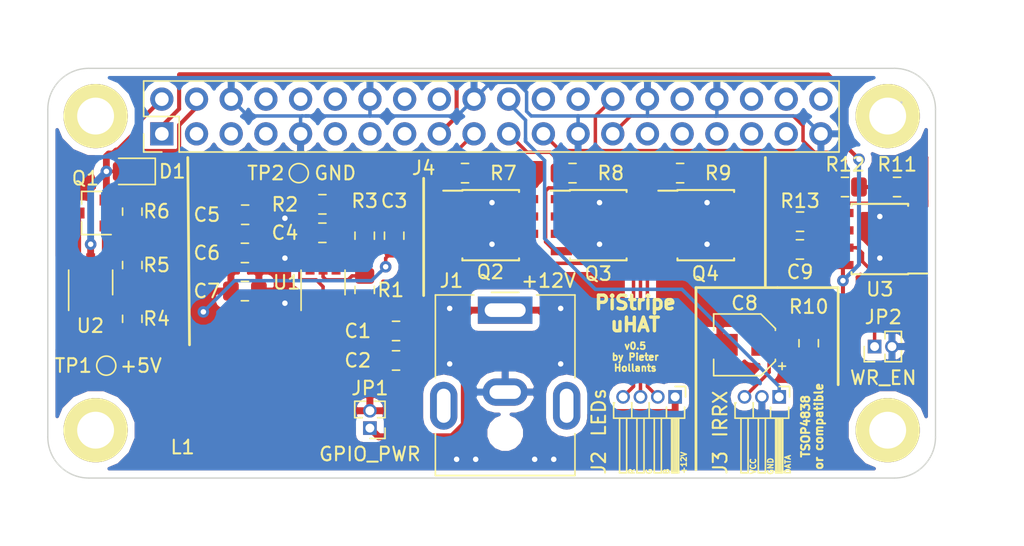
<source format=kicad_pcb>
(kicad_pcb (version 20171130) (host pcbnew 5.0.1-5.0.1)
  (title_block (title "Anavi Infra pHAT") (date 2017-01-21) (company "Anavi Technology"))
  (layers (0 F.Cu signal) (31 B.Cu signal) (34 B.Paste user) (35 F.Paste user) (36 B.SilkS user) (37 F.SilkS user) (38 B.Mask user) (39 F.Mask user) (44 Edge.Cuts user))
  (net 0 "")
  (net 1 +3V3)
  (net 2 GND)
  (net 3 "Net-(Q1-Pad1)")
  (net 4 "Net-(C3-Pad1)")
  (net 5 "Net-(C4-Pad2)")
  (net 6 "Net-(C4-Pad1)")
  (net 7 "Net-(D1-Pad1)")
  (net 8 "Net-(D1-Pad2)")
  (net 9 +12V)
  (net 10 "Net-(J2-Pad2)")
  (net 11 "Net-(J2-Pad3)")
  (net 12 "Net-(J2-Pad4)")
  (net 13 "Net-(J4-Pad19)")
  (net 14 "Net-(J4-Pad21)")
  (net 15 "Net-(J4-Pad23)")
  (net 16 "Net-(J4-Pad27)")
  (net 17 "Net-(J4-Pad28)")
  (net 18 "Net-(JP2-Pad1)")
  (net 19 "Net-(Q2-Pad4)")
  (net 20 "Net-(Q3-Pad4)")
  (net 21 "Net-(Q4-Pad4)")
  (net 22 "Net-(R1-Pad2)")
  (net 23 "Net-(R4-Pad2)")
  (net 24 "Net-(C3-Pad2)")
  (net 25 "Net-(C8-Pad1)")
  (net 26 "Net-(C1-Pad1)")
  (net 27 "Net-(J3-Pad1)")
  (module Resistor_SMD:R_0805_2012Metric_Pad1.15x1.40mm_HandSolder (layer F.Cu) (at 203.581 86.233)
    (fp_text reference R13 (at 0 -1.524) (layer F.SilkS))
    (fp_text value 1K hide)
    (pad 2 smd roundrect (at 1.025 0) (size 1.15 1.4) (layers F.Cu F.Paste F.Mask) (roundrect_rratio 0.217391) (net 18 "Net-(JP2-Pad1)"))
    (pad 1 smd roundrect (at -1.025 0) (size 1.15 1.4) (layers F.Cu F.Paste F.Mask) (roundrect_rratio 0.217391) (net 1 +3V3))
  )
  (module Connector_PinHeader_2.54mm:PinHeader_2x20_P2.54mm_Vertical (layer F.Cu) (at 156.85 79.8 90)
    (fp_text reference J4 (at -2.496 19.172 180) (layer F.SilkS))
    (fp_text value RPi_GPIO hide)
    (pad 1 thru_hole rect (at 0 0 90) (size 1.7 1.7) (drill 1) (layers *.Cu *.Mask) (net 1 +3V3))
    (pad 2 thru_hole oval (at 2.54 0 90) (size 1.7 1.7) (drill 1) (layers *.Cu *.Mask) (net 8 "Net-(D1-Pad2)"))
    (pad 3 thru_hole oval (at 0 2.54 90) (size 1.7 1.7) (drill 1) (layers *.Cu *.Mask))
    (pad 4 thru_hole oval (at 2.54 2.54 90) (size 1.7 1.7) (drill 1) (layers *.Cu *.Mask) (net 8 "Net-(D1-Pad2)"))
    (pad 5 thru_hole oval (at 0 5.08 90) (size 1.7 1.7) (drill 1) (layers *.Cu *.Mask))
    (pad 6 thru_hole oval (at 2.54 5.08 90) (size 1.7 1.7) (drill 1) (layers *.Cu *.Mask) (net 2 GND))
    (pad 7 thru_hole oval (at 0 7.62 90) (size 1.7 1.7) (drill 1) (layers *.Cu *.Mask))
    (pad 8 thru_hole oval (at 2.54 7.62 90) (size 1.7 1.7) (drill 1) (layers *.Cu *.Mask))
    (pad 9 thru_hole oval (at 0 10.16 90) (size 1.7 1.7) (drill 1) (layers *.Cu *.Mask) (net 2 GND))
    (pad 10 thru_hole oval (at 2.54 10.16 90) (size 1.7 1.7) (drill 1) (layers *.Cu *.Mask))
    (pad 11 thru_hole oval (at 0 12.7 90) (size 1.7 1.7) (drill 1) (layers *.Cu *.Mask))
    (pad 12 thru_hole oval (at 2.54 12.7 90) (size 1.7 1.7) (drill 1) (layers *.Cu *.Mask))
    (pad 13 thru_hole oval (at 0 15.24 90) (size 1.7 1.7) (drill 1) (layers *.Cu *.Mask))
    (pad 14 thru_hole oval (at 2.54 15.24 90) (size 1.7 1.7) (drill 1) (layers *.Cu *.Mask) (net 2 GND))
    (pad 15 thru_hole oval (at 0 17.78 90) (size 1.7 1.7) (drill 1) (layers *.Cu *.Mask))
    (pad 16 thru_hole oval (at 2.54 17.78 90) (size 1.7 1.7) (drill 1) (layers *.Cu *.Mask))
    (pad 17 thru_hole oval (at 0 20.32 90) (size 1.7 1.7) (drill 1) (layers *.Cu *.Mask) (net 1 +3V3))
    (pad 18 thru_hole oval (at 2.54 20.32 90) (size 1.7 1.7) (drill 1) (layers *.Cu *.Mask))
    (pad 19 thru_hole oval (at 0 22.86 90) (size 1.7 1.7) (drill 1) (layers *.Cu *.Mask) (net 13 "Net-(J4-Pad19)"))
    (pad 20 thru_hole oval (at 2.54 22.86 90) (size 1.7 1.7) (drill 1) (layers *.Cu *.Mask) (net 2 GND))
    (pad 21 thru_hole oval (at 0 25.4 90) (size 1.7 1.7) (drill 1) (layers *.Cu *.Mask) (net 14 "Net-(J4-Pad21)"))
    (pad 22 thru_hole oval (at 2.54 25.4 90) (size 1.7 1.7) (drill 1) (layers *.Cu *.Mask) (net 27 "Net-(J3-Pad1)"))
    (pad 23 thru_hole oval (at 0 27.94 90) (size 1.7 1.7) (drill 1) (layers *.Cu *.Mask) (net 15 "Net-(J4-Pad23)"))
    (pad 24 thru_hole oval (at 2.54 27.94 90) (size 1.7 1.7) (drill 1) (layers *.Cu *.Mask))
    (pad 25 thru_hole oval (at 0 30.48 90) (size 1.7 1.7) (drill 1) (layers *.Cu *.Mask) (net 2 GND))
    (pad 26 thru_hole oval (at 2.54 30.48 90) (size 1.7 1.7) (drill 1) (layers *.Cu *.Mask))
    (pad 27 thru_hole oval (at 0 33.02 90) (size 1.7 1.7) (drill 1) (layers *.Cu *.Mask) (net 16 "Net-(J4-Pad27)"))
    (pad 28 thru_hole oval (at 2.54 33.02 90) (size 1.7 1.7) (drill 1) (layers *.Cu *.Mask) (net 17 "Net-(J4-Pad28)"))
    (pad 29 thru_hole oval (at 0 35.56 90) (size 1.7 1.7) (drill 1) (layers *.Cu *.Mask))
    (pad 30 thru_hole oval (at 2.54 35.56 90) (size 1.7 1.7) (drill 1) (layers *.Cu *.Mask) (net 2 GND))
    (pad 31 thru_hole oval (at 0 38.1 90) (size 1.7 1.7) (drill 1) (layers *.Cu *.Mask))
    (pad 32 thru_hole oval (at 2.54 38.1 90) (size 1.7 1.7) (drill 1) (layers *.Cu *.Mask))
    (pad 33 thru_hole oval (at 0 40.64 90) (size 1.7 1.7) (drill 1) (layers *.Cu *.Mask))
    (pad 34 thru_hole oval (at 2.54 40.64 90) (size 1.7 1.7) (drill 1) (layers *.Cu *.Mask) (net 2 GND))
    (pad 35 thru_hole oval (at 0 43.18 90) (size 1.7 1.7) (drill 1) (layers *.Cu *.Mask))
    (pad 36 thru_hole oval (at 2.54 43.18 90) (size 1.7 1.7) (drill 1) (layers *.Cu *.Mask))
    (pad 37 thru_hole oval (at 0 45.72 90) (size 1.7 1.7) (drill 1) (layers *.Cu *.Mask))
    (pad 38 thru_hole oval (at 2.54 45.72 90) (size 1.7 1.7) (drill 1) (layers *.Cu *.Mask))
    (pad 39 thru_hole oval (at 0 48.26 90) (size 1.7 1.7) (drill 1) (layers *.Cu *.Mask) (net 2 GND))
    (pad 40 thru_hole oval (at 2.54 48.26 90) (size 1.7 1.7) (drill 1) (layers *.Cu *.Mask))
  )
  (module Virtex7:SRU1048 (layer F.Cu) (at 163.068 98.298)
    (fp_text reference L1 (at -4.699 4.445) (layer F.SilkS))
    (fp_text value SRU1048-150Y hide)
    (pad 1 smd rect (at -4.5 0) (size 1.8 3.6) (layers F.Cu F.Paste F.Mask) (net 24 "Net-(C3-Pad2)"))
    (pad 2 smd rect (at 4.5 0) (size 1.8 3.6) (layers F.Cu F.Paste F.Mask) (net 5 "Net-(C4-Pad2)"))
  )
  (module Package_TO_SOT_SMD:SOT-23 (layer F.Cu) (at 151.7396 85.598 180)
    (fp_text reference Q1 (at 0.4826 2.54 180) (layer F.SilkS))
    (fp_text value DMG2305UX-13 hide)
    (pad 3 smd rect (at 1 0 180) (size 0.9 0.8) (layers F.Cu F.Paste F.Mask) (net 24 "Net-(C3-Pad2)"))
    (pad 2 smd rect (at -1 0.95 180) (size 0.9 0.8) (layers F.Cu F.Paste F.Mask) (net 8 "Net-(D1-Pad2)"))
    (pad 1 smd rect (at -1 -0.95 180) (size 0.9 0.8) (layers F.Cu F.Paste F.Mask) (net 3 "Net-(Q1-Pad1)"))
  )
  (module Mounting_Holes:MountingHole_2.7mm_M2.5_DIN965_Pad (layer F.Cu) (at 152 78.5)
    (fp_text reference REF1 hide)
    (fp_text value MountingHole_2.7mm_M2.5_DIN965_Pad hide)
    (pad 1 thru_hole circle (at 0 0) (size 4.7 4.7) (drill 2.7) (layers *.Cu *.Mask F.SilkS))
  )
  (module Mounting_Holes:MountingHole_2.7mm_M2.5_DIN965_Pad (layer F.Cu) (at 210 78.5)
    (fp_text reference REF2 hide)
    (fp_text value MountingHole_2.7mm_M2.5_DIN965_Pad hide)
    (pad 2 thru_hole circle (at 0 0) (size 4.7 4.7) (drill 2.7) (layers *.Cu *.Mask F.SilkS))
  )
  (module Mounting_Holes:MountingHole_2.7mm_M2.5_DIN965_Pad (layer F.Cu) (at 210 101.5)
    (fp_text reference REF3 hide)
    (fp_text value MountingHole_2.7mm_M2.5_DIN965_Pad hide)
    (pad 3 thru_hole circle (at 0 0) (size 4.7 4.7) (drill 2.7) (layers *.Cu *.Mask F.SilkS))
  )
  (module Mounting_Holes:MountingHole_2.7mm_M2.5_DIN965_Pad (layer F.Cu) (at 152 101.5)
    (fp_text reference REF4 hide)
    (fp_text value MountingHole_2.7mm_M2.5_DIN965_Pad hide)
    (pad 4 thru_hole circle (at 0 0) (size 4.7 4.7) (drill 2.7) (layers *.Cu *.Mask F.SilkS))
  )
  (module Capacitor_SMD:C_0805_2012Metric_Pad1.15x1.40mm_HandSolder (layer F.Cu) (at 173.999 94.234)
    (fp_text reference C1 (at -2.803 0 -180) (layer F.SilkS))
    (fp_text value 10uF/50V hide)
    (pad 1 smd roundrect (at -1.025 0) (size 1.15 1.4) (layers F.Cu F.Paste F.Mask) (roundrect_rratio 0.217391) (net 26 "Net-(C1-Pad1)"))
    (pad 2 smd roundrect (at 1.025 0) (size 1.15 1.4) (layers F.Cu F.Paste F.Mask) (roundrect_rratio 0.217391) (net 2 GND))
  )
  (module Capacitor_SMD:C_0805_2012Metric_Pad1.15x1.40mm_HandSolder (layer F.Cu) (at 173.863 87.258 270)
    (fp_text reference C3 (at -2.549 0 180) (layer F.SilkS))
    (fp_text value 91pF hide)
    (pad 2 smd roundrect (at 1.025 0 270) (size 1.15 1.4) (layers F.Cu F.Paste F.Mask) (roundrect_rratio 0.217391) (net 24 "Net-(C3-Pad2)"))
    (pad 1 smd roundrect (at -1.025 0 270) (size 1.15 1.4) (layers F.Cu F.Paste F.Mask) (roundrect_rratio 0.217391) (net 4 "Net-(C3-Pad1)"))
  )
  (module Capacitor_SMD:C_0805_2012Metric_Pad1.15x1.40mm_HandSolder (layer F.Cu) (at 168.6052 87.0458 180)
    (fp_text reference C4 (at 2.7432 0) (layer F.SilkS))
    (fp_text value 100nF/50V hide)
    (pad 1 smd roundrect (at -1.025 0 180) (size 1.15 1.4) (layers F.Cu F.Paste F.Mask) (roundrect_rratio 0.217391) (net 6 "Net-(C4-Pad1)"))
    (pad 2 smd roundrect (at 1.025 0 180) (size 1.15 1.4) (layers F.Cu F.Paste F.Mask) (roundrect_rratio 0.217391) (net 5 "Net-(C4-Pad2)"))
  )
  (module Capacitor_SMD:CP_Elec_4x5.8 (layer F.Cu) (at 199.517 95.25 180)
    (fp_text reference C8 (at 0 3.048) (layer F.SilkS))
    (fp_text value 4.7uF hide)
    (pad 2 smd rect (at 1.8 0 180) (size 2.6 1.6) (layers F.Cu F.Paste F.Mask) (net 2 GND))
    (pad 1 smd rect (at -1.8 0 180) (size 2.6 1.6) (layers F.Cu F.Paste F.Mask) (net 25 "Net-(C8-Pad1)"))
  )
  (module Capacitor_SMD:C_0805_2012Metric_Pad1.15x1.40mm_HandSolder (layer F.Cu) (at 203.572 88.265)
    (fp_text reference C9 (at 0.009 1.651 180) (layer F.SilkS))
    (fp_text value 100nF hide)
    (pad 2 smd roundrect (at 1.025 0) (size 1.15 1.4) (layers F.Cu F.Paste F.Mask) (roundrect_rratio 0.217391) (net 1 +3V3))
    (pad 1 smd roundrect (at -1.025 0) (size 1.15 1.4) (layers F.Cu F.Paste F.Mask) (roundrect_rratio 0.217391) (net 2 GND))
  )
  (module Diode_SMD:D_0805_2012Metric (layer F.Cu) (at 154.686 82.55 180)
    (fp_text reference D1 (at -2.921 0) (layer F.SilkS))
    (fp_text value LED hide)
    (pad 1 smd roundrect (at -0.9375 0 180) (size 0.975 1.4) (layers F.Cu F.Paste F.Mask) (net 7 "Net-(D1-Pad1)"))
    (pad 2 smd roundrect (at 0.9375 0 180) (size 0.975 1.4) (layers F.Cu F.Paste F.Mask) (net 8 "Net-(D1-Pad2)"))
  )
  (module Connector_BarrelJack:BarrelJack_CUI_PJ-063AH_Horizontal (layer F.Cu) (at 181.991 92.71)
    (fp_text reference J1 (at -3.937 -2.159 180) (layer F.SilkS))
    (fp_text value +12V (at 3.175 -2.159) (layer F.SilkS))
    (pad 1 thru_hole rect (at 0 0) (size 4 2) (drill oval 3 1) (layers *.Cu *.Mask) (net 9 +12V))
    (pad 2 thru_hole oval (at 0 6) (size 3.3 2) (drill oval 2.3 1) (layers *.Cu *.Mask) (net 2 GND))
    (pad MP thru_hole oval (at -4.5 7) (size 2 3.5) (drill oval 1 2.5) (layers *.Cu *.Mask))
    (pad MP thru_hole oval (at 4.5 7) (size 2 3.5) (drill oval 1 2.5) (layers *.Cu *.Mask))
    (pad "" np_thru_hole circle (at 0 9) (size 1.6 1.6) (drill 1.6) (layers *.Cu *.Mask))
  )
  (module Connector_PinHeader_1.27mm:PinHeader_1x04_P1.27mm_Horizontal (layer F.Cu) (at 194.437 99.06 270)
    (fp_text reference J2 (at 4.826 5.588 90) (layer F.SilkS))
    (fp_text value LEDs (at 1.143 5.588 90) (layer F.SilkS))
    (pad 1 thru_hole rect (at 0 0 270) (size 1 1) (drill 0.65) (layers *.Cu *.Mask) (net 9 +12V))
    (pad 2 thru_hole oval (at 0 1.27 270) (size 1 1) (drill 0.65) (layers *.Cu *.Mask) (net 10 "Net-(J2-Pad2)"))
    (pad 3 thru_hole oval (at 0 2.54 270) (size 1 1) (drill 0.65) (layers *.Cu *.Mask) (net 11 "Net-(J2-Pad3)"))
    (pad 4 thru_hole oval (at 0 3.81 270) (size 1 1) (drill 0.65) (layers *.Cu *.Mask) (net 12 "Net-(J2-Pad4)"))
  )
  (module Connector_PinHeader_1.27mm:PinHeader_1x03_P1.27mm_Horizontal (layer F.Cu) (at 202.057 99.06 270)
    (fp_text reference J3 (at 4.826 4.318 270) (layer F.SilkS))
    (fp_text value IRRX (at 1.27 4.318 90) (layer F.SilkS))
    (pad 1 thru_hole rect (at 0 0 270) (size 1 1) (drill 0.65) (layers *.Cu *.Mask) (net 27 "Net-(J3-Pad1)"))
    (pad 2 thru_hole oval (at 0 1.27 270) (size 1 1) (drill 0.65) (layers *.Cu *.Mask) (net 2 GND))
    (pad 3 thru_hole oval (at 0 2.54 270) (size 1 1) (drill 0.65) (layers *.Cu *.Mask) (net 25 "Net-(C8-Pad1)"))
  )
  (module Connector_PinHeader_1.27mm:PinHeader_1x02_P1.27mm_Vertical (layer F.Cu) (at 172.085 101.346 180)
    (fp_text reference JP1 (at 0 2.921) (layer F.SilkS))
    (fp_text value GPIO_PWR (at 0 -1.905) (layer F.SilkS))
    (pad 2 thru_hole oval (at 0 1.27 180) (size 1 1) (drill 0.65) (layers *.Cu *.Mask) (net 26 "Net-(C1-Pad1)"))
    (pad 1 thru_hole rect (at 0 0 180) (size 1 1) (drill 0.65) (layers *.Cu *.Mask) (net 9 +12V))
  )
  (module Connector_PinHeader_1.27mm:PinHeader_1x02_P1.27mm_Vertical (layer F.Cu) (at 209.042 95.377 90)
    (fp_text reference JP2 (at 2.159 0.635 180) (layer F.SilkS))
    (fp_text value WR_EN (at -2.286 0.635) (layer F.SilkS))
    (pad 2 thru_hole oval (at 0 1.27 90) (size 1 1) (drill 0.65) (layers *.Cu *.Mask) (net 2 GND))
    (pad 1 thru_hole rect (at 0 0 90) (size 1 1) (drill 0.65) (layers *.Cu *.Mask) (net 18 "Net-(JP2-Pad1)"))
  )
  (module Package_SO:SOIC-8_3.9x4.9mm_P1.27mm (layer F.Cu) (at 180.9318 86.487)
    (fp_text reference Q2 (at -0.033 3.429 180) (layer F.SilkS))
    (fp_text value IRF8721PBF-1 hide)
    (pad 1 smd rect (at -2.7 -1.905) (size 1.55 0.6) (layers F.Cu F.Paste F.Mask) (net 2 GND))
    (pad 2 smd rect (at -2.7 -0.635) (size 1.55 0.6) (layers F.Cu F.Paste F.Mask) (net 2 GND))
    (pad 3 smd rect (at -2.7 0.635) (size 1.55 0.6) (layers F.Cu F.Paste F.Mask) (net 2 GND))
    (pad 4 smd rect (at -2.7 1.905) (size 1.55 0.6) (layers F.Cu F.Paste F.Mask) (net 19 "Net-(Q2-Pad4)"))
    (pad 5 smd rect (at 2.7 1.905) (size 1.55 0.6) (layers F.Cu F.Paste F.Mask) (net 12 "Net-(J2-Pad4)"))
    (pad 6 smd rect (at 2.7 0.635) (size 1.55 0.6) (layers F.Cu F.Paste F.Mask) (net 12 "Net-(J2-Pad4)"))
    (pad 7 smd rect (at 2.7 -0.635) (size 1.55 0.6) (layers F.Cu F.Paste F.Mask) (net 12 "Net-(J2-Pad4)"))
    (pad 8 smd rect (at 2.7 -1.905) (size 1.55 0.6) (layers F.Cu F.Paste F.Mask) (net 12 "Net-(J2-Pad4)"))
  )
  (module Package_SO:SOIC-8_3.9x4.9mm_P1.27mm (layer F.Cu) (at 188.8058 86.487)
    (fp_text reference Q3 (at 0 3.556 180) (layer F.SilkS))
    (fp_text value IRF8721PBF-1 hide)
    (pad 8 smd rect (at 2.7 -1.905) (size 1.55 0.6) (layers F.Cu F.Paste F.Mask) (net 11 "Net-(J2-Pad3)"))
    (pad 7 smd rect (at 2.7 -0.635) (size 1.55 0.6) (layers F.Cu F.Paste F.Mask) (net 11 "Net-(J2-Pad3)"))
    (pad 6 smd rect (at 2.7 0.635) (size 1.55 0.6) (layers F.Cu F.Paste F.Mask) (net 11 "Net-(J2-Pad3)"))
    (pad 5 smd rect (at 2.7 1.905) (size 1.55 0.6) (layers F.Cu F.Paste F.Mask) (net 11 "Net-(J2-Pad3)"))
    (pad 4 smd rect (at -2.7 1.905) (size 1.55 0.6) (layers F.Cu F.Paste F.Mask) (net 20 "Net-(Q3-Pad4)"))
    (pad 3 smd rect (at -2.7 0.635) (size 1.55 0.6) (layers F.Cu F.Paste F.Mask) (net 2 GND))
    (pad 2 smd rect (at -2.7 -0.635) (size 1.55 0.6) (layers F.Cu F.Paste F.Mask) (net 2 GND))
    (pad 1 smd rect (at -2.7 -1.905) (size 1.55 0.6) (layers F.Cu F.Paste F.Mask) (net 2 GND))
  )
  (module Package_SO:SOIC-8_3.9x4.9mm_P1.27mm (layer F.Cu) (at 196.6798 86.487)
    (fp_text reference Q4 (at -0.033 3.556 180) (layer F.SilkS))
    (fp_text value IRF8721PBF-1 hide)
    (pad 1 smd rect (at -2.7 -1.905) (size 1.55 0.6) (layers F.Cu F.Paste F.Mask) (net 2 GND))
    (pad 2 smd rect (at -2.7 -0.635) (size 1.55 0.6) (layers F.Cu F.Paste F.Mask) (net 2 GND))
    (pad 3 smd rect (at -2.7 0.635) (size 1.55 0.6) (layers F.Cu F.Paste F.Mask) (net 2 GND))
    (pad 4 smd rect (at -2.7 1.905) (size 1.55 0.6) (layers F.Cu F.Paste F.Mask) (net 21 "Net-(Q4-Pad4)"))
    (pad 5 smd rect (at 2.7 1.905) (size 1.55 0.6) (layers F.Cu F.Paste F.Mask) (net 10 "Net-(J2-Pad2)"))
    (pad 6 smd rect (at 2.7 0.635) (size 1.55 0.6) (layers F.Cu F.Paste F.Mask) (net 10 "Net-(J2-Pad2)"))
    (pad 7 smd rect (at 2.7 -0.635) (size 1.55 0.6) (layers F.Cu F.Paste F.Mask) (net 10 "Net-(J2-Pad2)"))
    (pad 8 smd rect (at 2.7 -1.905) (size 1.55 0.6) (layers F.Cu F.Paste F.Mask) (net 10 "Net-(J2-Pad2)"))
  )
  (module Resistor_SMD:R_0805_2012Metric_Pad1.15x1.40mm_HandSolder (layer F.Cu) (at 171.704 91.2278 90)
    (fp_text reference R1 (at -0.009 1.905 180) (layer F.SilkS))
    (fp_text value 100K hide)
    (pad 1 smd roundrect (at -1.025 0 90) (size 1.15 1.4) (layers F.Cu F.Paste F.Mask) (roundrect_rratio 0.217391) (net 26 "Net-(C1-Pad1)"))
    (pad 2 smd roundrect (at 1.025 0 90) (size 1.15 1.4) (layers F.Cu F.Paste F.Mask) (roundrect_rratio 0.217391) (net 22 "Net-(R1-Pad2)"))
  )
  (module Resistor_SMD:R_0805_2012Metric_Pad1.15x1.40mm_HandSolder (layer F.Cu) (at 168.60658 84.96046)
    (fp_text reference R2 (at -2.74458 0.01016 180) (layer F.SilkS))
    (fp_text value 13.7K hide)
    (pad 2 smd roundrect (at 1.025 0) (size 1.15 1.4) (layers F.Cu F.Paste F.Mask) (roundrect_rratio 0.217391) (net 4 "Net-(C3-Pad1)"))
    (pad 1 smd roundrect (at -1.025 0) (size 1.15 1.4) (layers F.Cu F.Paste F.Mask) (roundrect_rratio 0.217391) (net 2 GND))
  )
  (module Resistor_SMD:R_0805_2012Metric_Pad1.15x1.40mm_HandSolder (layer F.Cu) (at 171.704 87.258 270)
    (fp_text reference R3 (at -2.549 0 180) (layer F.SilkS))
    (fp_text value 100K hide)
    (pad 1 smd roundrect (at -1.025 0 270) (size 1.15 1.4) (layers F.Cu F.Paste F.Mask) (roundrect_rratio 0.217391) (net 4 "Net-(C3-Pad1)"))
    (pad 2 smd roundrect (at 1.025 0 270) (size 1.15 1.4) (layers F.Cu F.Paste F.Mask) (roundrect_rratio 0.217391) (net 24 "Net-(C3-Pad2)"))
  )
  (module Resistor_SMD:R_0805_2012Metric_Pad1.15x1.40mm_HandSolder (layer F.Cu) (at 154.686 93.345 90)
    (fp_text reference R4 (at 0.009 1.778 180) (layer F.SilkS))
    (fp_text value 10K/1% hide)
    (pad 1 smd roundrect (at -1.025 0 90) (size 1.15 1.4) (layers F.Cu F.Paste F.Mask) (roundrect_rratio 0.217391) (net 2 GND))
    (pad 2 smd roundrect (at 1.025 0 90) (size 1.15 1.4) (layers F.Cu F.Paste F.Mask) (roundrect_rratio 0.217391) (net 23 "Net-(R4-Pad2)"))
  )
  (module Resistor_SMD:R_0805_2012Metric_Pad1.15x1.40mm_HandSolder (layer F.Cu) (at 154.686 89.408 270)
    (fp_text reference R5 (at 0 -1.778) (layer F.SilkS))
    (fp_text value 47K/1% hide)
    (pad 2 smd roundrect (at 1.025 0 270) (size 1.15 1.4) (layers F.Cu F.Paste F.Mask) (roundrect_rratio 0.217391) (net 3 "Net-(Q1-Pad1)"))
    (pad 1 smd roundrect (at -1.025 0 270) (size 1.15 1.4) (layers F.Cu F.Paste F.Mask) (roundrect_rratio 0.217391) (net 2 GND))
  )
  (module Resistor_SMD:R_0805_2012Metric_Pad1.15x1.40mm_HandSolder (layer F.Cu) (at 154.686 85.4964 270)
    (fp_text reference R6 (at -0.0254 -1.778) (layer F.SilkS))
    (fp_text value 330 hide)
    (pad 1 smd roundrect (at -1.025 0 270) (size 1.15 1.4) (layers F.Cu F.Paste F.Mask) (roundrect_rratio 0.217391) (net 7 "Net-(D1-Pad1)"))
    (pad 2 smd roundrect (at 1.025 0 270) (size 1.15 1.4) (layers F.Cu F.Paste F.Mask) (roundrect_rratio 0.217391) (net 2 GND))
  )
  (module Resistor_SMD:R_0805_2012Metric_Pad1.15x1.40mm_HandSolder (layer F.Cu) (at 179.05106 82.677)
    (fp_text reference R7 (at 2.803 0) (layer F.SilkS))
    (fp_text value 200 hide)
    (pad 2 smd roundrect (at 1.025 0) (size 1.15 1.4) (layers F.Cu F.Paste F.Mask) (roundrect_rratio 0.217391) (net 19 "Net-(Q2-Pad4)"))
    (pad 1 smd roundrect (at -1.025 0) (size 1.15 1.4) (layers F.Cu F.Paste F.Mask) (roundrect_rratio 0.217391) (net 13 "Net-(J4-Pad19)"))
  )
  (module Resistor_SMD:R_0805_2012Metric_Pad1.15x1.40mm_HandSolder (layer F.Cu) (at 186.92114 82.677)
    (fp_text reference R8 (at 2.803 0) (layer F.SilkS))
    (fp_text value 200 hide)
    (pad 1 smd roundrect (at -1.025 0) (size 1.15 1.4) (layers F.Cu F.Paste F.Mask) (roundrect_rratio 0.217391) (net 14 "Net-(J4-Pad21)"))
    (pad 2 smd roundrect (at 1.025 0) (size 1.15 1.4) (layers F.Cu F.Paste F.Mask) (roundrect_rratio 0.217391) (net 20 "Net-(Q3-Pad4)"))
  )
  (module Resistor_SMD:R_0805_2012Metric_Pad1.15x1.40mm_HandSolder (layer F.Cu) (at 194.8016 82.677)
    (fp_text reference R9 (at 2.785 0) (layer F.SilkS))
    (fp_text value 200 hide)
    (pad 2 smd roundrect (at 1.025 0) (size 1.15 1.4) (layers F.Cu F.Paste F.Mask) (roundrect_rratio 0.217391) (net 21 "Net-(Q4-Pad4)"))
    (pad 1 smd roundrect (at -1.025 0) (size 1.15 1.4) (layers F.Cu F.Paste F.Mask) (roundrect_rratio 0.217391) (net 15 "Net-(J4-Pad23)"))
  )
  (module Resistor_SMD:R_0805_2012Metric_Pad1.15x1.40mm_HandSolder (layer F.Cu) (at 204.216 95.132 90)
    (fp_text reference R10 (at 2.676 0) (layer F.SilkS))
    (fp_text value 470 hide)
    (pad 2 smd roundrect (at 1.025 0 90) (size 1.15 1.4) (layers F.Cu F.Paste F.Mask) (roundrect_rratio 0.217391) (net 1 +3V3))
    (pad 1 smd roundrect (at -1.025 0 90) (size 1.15 1.4) (layers F.Cu F.Paste F.Mask) (roundrect_rratio 0.217391) (net 25 "Net-(C8-Pad1)"))
  )
  (module Resistor_SMD:R_0805_2012Metric_Pad1.15x1.40mm_HandSolder (layer F.Cu) (at 210.684 83.693 180)
    (fp_text reference R11 (at -0.009 1.651 180) (layer F.SilkS))
    (fp_text value 4.7K hide)
    (pad 1 smd roundrect (at -1.025 0 180) (size 1.15 1.4) (layers F.Cu F.Paste F.Mask) (roundrect_rratio 0.217391) (net 16 "Net-(J4-Pad27)"))
    (pad 2 smd roundrect (at 1.025 0 180) (size 1.15 1.4) (layers F.Cu F.Paste F.Mask) (roundrect_rratio 0.217391) (net 1 +3V3))
  )
  (module Resistor_SMD:R_0805_2012Metric_Pad1.15x1.40mm_HandSolder (layer F.Cu) (at 206.874 83.693)
    (fp_text reference R12 (at 0.009 -1.651) (layer F.SilkS))
    (fp_text value 4.7K hide)
    (pad 1 smd roundrect (at -1.025 0) (size 1.15 1.4) (layers F.Cu F.Paste F.Mask) (roundrect_rratio 0.217391) (net 17 "Net-(J4-Pad28)"))
    (pad 2 smd roundrect (at 1.025 0) (size 1.15 1.4) (layers F.Cu F.Paste F.Mask) (roundrect_rratio 0.217391) (net 1 +3V3))
  )
  (module TestPoint:TestPoint_Pad_D1.0mm (layer F.Cu) (at 152.781 96.774)
    (fp_text reference TP1 (at -2.413 0) (layer F.SilkS))
    (fp_text value +5V (at 2.54 0) (layer F.SilkS))
    (pad 1 smd circle (at 0 0) (size 1 1) (layers F.Cu F.Mask) (net 24 "Net-(C3-Pad2)"))
  )
  (module TestPoint:TestPoint_Pad_D1.0mm (layer F.Cu) (at 166.878 82.677)
    (fp_text reference TP2 (at -2.413 0) (layer F.SilkS))
    (fp_text value GND (at 2.667 0) (layer F.SilkS))
    (pad 1 smd circle (at 0 0) (size 1 1) (layers F.Cu F.Mask) (net 2 GND))
  )
  (module Package_SO:SOIC-8_3.9x4.9mm_P1.27mm (layer F.Cu) (at 209.423 87.503 180)
    (fp_text reference U3 (at 0 -3.683) (layer F.SilkS))
    (fp_text value CAT24C32WI-GT3 hide)
    (pad 8 smd rect (at 2.7 -1.905 180) (size 1.55 0.6) (layers F.Cu F.Paste F.Mask) (net 1 +3V3))
    (pad 7 smd rect (at 2.7 -0.635 180) (size 1.55 0.6) (layers F.Cu F.Paste F.Mask) (net 18 "Net-(JP2-Pad1)"))
    (pad 6 smd rect (at 2.7 0.635 180) (size 1.55 0.6) (layers F.Cu F.Paste F.Mask) (net 17 "Net-(J4-Pad28)"))
    (pad 5 smd rect (at 2.7 1.905 180) (size 1.55 0.6) (layers F.Cu F.Paste F.Mask) (net 16 "Net-(J4-Pad27)"))
    (pad 4 smd rect (at -2.7 1.905 180) (size 1.55 0.6) (layers F.Cu F.Paste F.Mask) (net 2 GND))
    (pad 3 smd rect (at -2.7 0.635 180) (size 1.55 0.6) (layers F.Cu F.Paste F.Mask) (net 2 GND))
    (pad 2 smd rect (at -2.7 -0.635 180) (size 1.55 0.6) (layers F.Cu F.Paste F.Mask) (net 2 GND))
    (pad 1 smd rect (at -2.7 -1.905 180) (size 1.55 0.6) (layers F.Cu F.Paste F.Mask) (net 2 GND))
  )
  (module Package_TO_SOT_SMD:SOT-23-6_Handsoldering (layer F.Cu) (at 168.656 90.678 90)
    (fp_text reference U1 (at 0 -2.667) (layer F.SilkS))
    (fp_text value TPS54202 hide)
    (pad 5 smd rect (at 1.35 0 90) (size 1.56 0.65) (layers F.Cu F.Paste F.Mask) (net 22 "Net-(R1-Pad2)"))
    (pad 6 smd rect (at 1.35 -0.95 90) (size 1.56 0.65) (layers F.Cu F.Paste F.Mask) (net 6 "Net-(C4-Pad1)"))
    (pad 4 smd rect (at 1.35 0.95 90) (size 1.56 0.65) (layers F.Cu F.Paste F.Mask) (net 4 "Net-(C3-Pad1)"))
    (pad 3 smd rect (at -1.35 0.95 90) (size 1.56 0.65) (layers F.Cu F.Paste F.Mask) (net 26 "Net-(C1-Pad1)"))
    (pad 2 smd rect (at -1.35 0 90) (size 1.56 0.65) (layers F.Cu F.Paste F.Mask) (net 5 "Net-(C4-Pad2)"))
    (pad 1 smd rect (at -1.35 -0.95 90) (size 1.56 0.65) (layers F.Cu F.Paste F.Mask) (net 2 GND))
  )
  (module Package_TO_SOT_SMD:SOT-23-6_Handsoldering (layer F.Cu) (at 151.638 90.678 90)
    (fp_text reference U2 (at -3.175 -0.0254) (layer F.SilkS))
    (fp_text value DMMT5401 hide)
    (pad 1 smd rect (at -1.35 -0.95 90) (size 1.56 0.65) (layers F.Cu F.Paste F.Mask) (net 23 "Net-(R4-Pad2)"))
    (pad 2 smd rect (at -1.35 0 90) (size 1.56 0.65) (layers F.Cu F.Paste F.Mask) (net 23 "Net-(R4-Pad2)"))
    (pad 3 smd rect (at -1.35 0.95 90) (size 1.56 0.65) (layers F.Cu F.Paste F.Mask) (net 23 "Net-(R4-Pad2)"))
    (pad 4 smd rect (at 1.35 0.95 90) (size 1.56 0.65) (layers F.Cu F.Paste F.Mask) (net 3 "Net-(Q1-Pad1)"))
    (pad 6 smd rect (at 1.35 -0.95 90) (size 1.56 0.65) (layers F.Cu F.Paste F.Mask) (net 24 "Net-(C3-Pad2)"))
    (pad 5 smd rect (at 1.35 0 90) (size 1.56 0.65) (layers F.Cu F.Paste F.Mask) (net 8 "Net-(D1-Pad2)"))
  )
  (module Capacitor_SMD:C_0805_2012Metric_Pad1.15x1.40mm_HandSolder (layer F.Cu) (at 173.999 96.393)
    (fp_text reference C2 (at -2.803 0) (layer F.SilkS))
    (fp_text value 10uF/50V hide)
    (pad 2 smd roundrect (at 1.025 0) (size 1.15 1.4) (layers F.Cu F.Paste F.Mask) (roundrect_rratio 0.217391) (net 2 GND))
    (pad 1 smd roundrect (at -1.025 0) (size 1.15 1.4) (layers F.Cu F.Paste F.Mask) (roundrect_rratio 0.217391) (net 26 "Net-(C1-Pad1)"))
  )
  (module Capacitor_SMD:C_0805_2012Metric_Pad1.15x1.40mm_HandSolder (layer F.Cu) (at 162.95 85.725)
    (fp_text reference C5 (at -2.803 0) (layer F.SilkS))
    (fp_text value 22uF hide)
    (pad 1 smd roundrect (at -1.025 0) (size 1.15 1.4) (layers F.Cu F.Paste F.Mask) (roundrect_rratio 0.217391) (net 24 "Net-(C3-Pad2)"))
    (pad 2 smd roundrect (at 1.025 0) (size 1.15 1.4) (layers F.Cu F.Paste F.Mask) (roundrect_rratio 0.217391) (net 2 GND))
  )
  (module Capacitor_SMD:C_0805_2012Metric_Pad1.15x1.40mm_HandSolder (layer F.Cu) (at 162.932 88.519)
    (fp_text reference C6 (at -2.785 0) (layer F.SilkS))
    (fp_text value 22uF hide)
    (pad 1 smd roundrect (at -1.025 0) (size 1.15 1.4) (layers F.Cu F.Paste F.Mask) (roundrect_rratio 0.217391) (net 24 "Net-(C3-Pad2)"))
    (pad 2 smd roundrect (at 1.025 0) (size 1.15 1.4) (layers F.Cu F.Paste F.Mask) (roundrect_rratio 0.217391) (net 2 GND))
  )
  (module Capacitor_SMD:C_0805_2012Metric_Pad1.15x1.40mm_HandSolder (layer F.Cu) (at 162.932 91.313)
    (fp_text reference C7 (at -2.785 0) (layer F.SilkS))
    (fp_text value 22uF hide)
    (pad 2 smd roundrect (at 1.025 0) (size 1.15 1.4) (layers F.Cu F.Paste F.Mask) (roundrect_rratio 0.217391) (net 2 GND))
    (pad 1 smd roundrect (at -1.025 0) (size 1.15 1.4) (layers F.Cu F.Paste F.Mask) (roundrect_rratio 0.217391) (net 24 "Net-(C3-Pad2)"))
  )
  (gr_text "TSOP4838\nor compatible" (at 204.47 101.219 90) (layer F.SilkS) (effects (font (size 0.6 0.6))))
  (gr_text B (at 193.802 104.521 90) (layer F.SilkS) (effects (font (size 0.4 0.4) (thickness 0.1))))
  (gr_text G (at 192.532 104.521 90) (layer F.SilkS) (effects (font (size 0.4 0.4) (thickness 0.1))))
  (gr_text R (at 191.262 104.521 90) (layer F.SilkS) (effects (font (size 0.4 0.4) (thickness 0.1))))
  (gr_text GND (at 201.422 104.14 90) (layer F.SilkS) (effects (font (size 0.4 0.4) (thickness 0.1))))
  (gr_text DATA (at 202.692 104.013 90) (layer F.SilkS) (effects (font (size 0.4 0.4) (thickness 0.1))))
  (gr_text +12V (at 195.072 103.886 90) (layer F.SilkS) (effects (font (size 0.4 0.4) (thickness 0.1))))
  (gr_text VCC (at 200.152 104.14 90) (layer F.SilkS) (effects (font (size 0.4 0.4) (thickness 0.1))))
  (gr_line (start 206.375 91.059) (end 206.375 98.171) (layer F.SilkS) (width 0.2))
  (gr_line (start 201.93 91.059) (end 206.375 91.059) (layer F.SilkS) (width 0.2))
  (gr_text "v0.5\nby Pieter\nHollants" (at 191.516 96.139) (layer F.SilkS) (effects (font (size 0.5 0.5) (thickness 0.125))))
  (gr_line (start 158.75 81.534) (end 158.877 95.25) (layer F.SilkS) (width 0.2))
  (gr_line (start 176.022 91.6432) (end 176.022 83.058) (layer F.SilkS) (width 0.2))
  (gr_text "PiStripe\nuHAT" (at 191.516 92.964) (layer F.SilkS) (effects (font (size 1 1) (thickness 0.25))))
  (gr_line (start 195.961 91.059) (end 195.961 104.394) (layer F.SilkS) (width 0.2))
  (gr_line (start 201.93 91.059) (end 195.961 91.059) (layer F.SilkS) (width 0.2))
  (gr_line (start 201.041 81.534) (end 201.041 91.059) (layer F.SilkS) (width 0.2))
  (gr_line (start 152 78.46) (end 152 77.46) (angle 90) (layer B.SilkS) (width 0.2))
  (gr_line (start 148.5011 102.0036) (end 148.5011 78.0036) (layer Edge.Cuts) (width 0.1))
  (gr_line (start 210.5011 105.0036) (end 151.5011 105.0036) (layer Edge.Cuts) (width 0.1))
  (gr_line (start 213.5011 78.0036) (end 213.5011 102.0036) (layer Edge.Cuts) (width 0.1))
  (gr_line (start 151.5011 75.0036) (end 210.5011 75.0036) (layer Edge.Cuts) (width 0.1))
  (gr_arc (start 151.5011 78.0036) (end 151.5011 75.0036) (angle -90) (layer Edge.Cuts) (width 0.1))
  (gr_circle (center 152.0011 77.5036) (end 152.0011 77.5036) (layer Edge.Cuts) (width 0.1))
  (gr_arc (start 210.5011 78.0036) (end 213.5011 78.0036) (angle -90) (layer Edge.Cuts) (width 0.1))
  (gr_circle (center 211.0011 77.5036) (end 211.0011 77.5036) (layer Edge.Cuts) (width 0.1))
  (gr_arc (start 210.5011 102.0036) (end 210.5011 105.0036) (angle -90) (layer Edge.Cuts) (width 0.1))
  (gr_circle (center 211.0011 101.5036) (end 211.0011 101.5036) (layer Edge.Cuts) (width 0.1))
  (gr_arc (start 151.5011 102.0036) (end 148.5011 102.0036) (angle -90) (layer Edge.Cuts) (width 0.1))
  (gr_circle (center 152.0011 101.5036) (end 152.0011 101.5036) (layer Edge.Cuts) (width 0.1))
  (segment (start 177.165 79.756) (end 177.17 79.8) (width 0.5) (layer F.Cu) (net 1))
  (segment (start 156.845 80.137) (end 156.845 79.756) (width 0.5) (layer B.Cu) (net 1))
  (segment (start 156.845 79.756) (end 156.85 79.8) (width 0.5) (layer B.Cu) (net 1))
  (segment (start 156.85 79.8) (end 156.928 79.8) (width 0.5) (layer F.Cu) (net 1))
  (segment (start 156.85 79.8) (end 156.85 79.751) (width 0.5) (layer F.Cu) (net 1))
  (segment (start 156.85 79.8) (end 156.85 79.081882) (width 0.254) (layer F.Cu) (net 1))
  (segment (start 178.435 78.535) (end 178.435 75.487785) (width 0.3) (layer F.Cu) (net 1))
  (segment (start 177.17 79.8) (end 178.435 78.535) (width 0.3) (layer F.Cu) (net 1))
  (segment (start 156.85 79.8) (end 156.85 79.7764) (width 0.254) (layer F.Cu) (net 1))
  (segment (start 156.85 79.8) (end 156.85 79.243) (width 0.254) (layer F.Cu) (net 1))
  (segment (start 156.85 79.243) (end 158.115 77.978) (width 0.3) (layer F.Cu) (net 1))
  (segment (start 158.115 75.4634) (end 158.1404 75.438) (width 0.254) (layer F.Cu) (net 1))
  (segment (start 158.115 77.978) (end 158.115 75.4634) (width 0.3) (layer F.Cu) (net 1))
  (segment (start 204.588 88.265) (end 204.597 88.265) (width 0.254) (layer F.Cu) (net 1))
  (segment (start 202.556 86.233) (end 204.588 88.265) (width 0.3) (layer F.Cu) (net 1))
  (segment (start 206.723 91.6) (end 206.723 90.551) (width 0.3) (layer F.Cu) (net 1))
  (segment (start 204.216 94.107) (end 206.723 91.6) (width 0.3) (layer F.Cu) (net 1))
  (segment (start 205.74 89.408) (end 204.597 88.265) (width 0.3) (layer F.Cu) (net 1))
  (segment (start 206.723 89.408) (end 205.74 89.408) (width 0.3) (layer F.Cu) (net 1))
  (segment (start 206.723 90.551) (end 206.723 89.408) (width 0.3) (layer F.Cu) (net 1))
  (via (at 206.723 90.551) (size 0.85) (drill 0.4) (layers F.Cu B.Cu) (net 1))
  (segment (start 207.899 83.693) (end 209.659 83.693) (width 0.3) (layer F.Cu) (net 1))
  (segment (start 204.978 75.45761) (end 158.1404 75.438) (width 0.3) (layer F.Cu) (net 1))
  (segment (start 205.63261 75.45761) (end 204.978 75.45761) (width 0.3) (layer F.Cu) (net 1))
  (segment (start 206.629 80.391) (end 206.629 76.454) (width 0.3) (layer F.Cu) (net 1))
  (segment (start 207.899 83.693) (end 207.899 81.661) (width 0.3) (layer F.Cu) (net 1))
  (segment (start 206.629 76.454) (end 205.63261 75.45761) (width 0.3) (layer F.Cu) (net 1))
  (segment (start 207.899 81.661) (end 207.264 81.026) (width 0.3) (layer F.Cu) (net 1))
  (segment (start 207.264 81.026) (end 206.629 80.391) (width 0.3) (layer F.Cu) (net 1))
  (segment (start 207.899 81.661) (end 207.899 81.661) (width 0.3) (layer F.Cu) (net 1))
  (via (at 207.899 81.661) (size 0.85) (drill 0.4) (layers F.Cu B.Cu) (net 1))
  (segment (start 207.899 89.375) (end 206.723 90.551) (width 0.3) (layer B.Cu) (net 1))
  (segment (start 207.899 81.661) (end 207.899 89.375) (width 0.3) (layer B.Cu) (net 1))
  (via (at 196.7738 84.836) (size 0.85) (drill 0.4) (layers F.Cu B.Cu) (net 2))
  (segment (start 192.41 77.26) (end 191.691882 77.26) (width 0.254) (layer F.Cu) (net 2))
  (segment (start 187.33 79.8) (end 187.33 79.888433) (width 0.254) (layer F.Cu) (net 2))
  (segment (start 203.801001 78.491001) (end 204.260001 78.950001) (width 0.254) (layer B.Cu) (net 2))
  (segment (start 204.260001 78.950001) (end 205.11 79.8) (width 0.254) (layer B.Cu) (net 2))
  (segment (start 161.93 77.26) (end 163.161001 78.491001) (width 0.254) (layer B.Cu) (net 2))
  (segment (start 197.46108 78.491001) (end 197.358 78.491001) (width 0.254) (layer B.Cu) (net 2))
  (segment (start 197.49 78.462081) (end 197.46108 78.491001) (width 0.254) (layer B.Cu) (net 2))
  (segment (start 197.49 77.26) (end 197.49 78.462081) (width 0.254) (layer B.Cu) (net 2))
  (segment (start 197.358 78.491001) (end 203.801001 78.491001) (width 0.254) (layer B.Cu) (net 2))
  (segment (start 192.41 78.462081) (end 192.405 78.467081) (width 0.254) (layer B.Cu) (net 2))
  (segment (start 192.41 77.26) (end 192.41 78.462081) (width 0.254) (layer B.Cu) (net 2))
  (segment (start 192.405 78.467081) (end 192.405 78.491001) (width 0.254) (layer B.Cu) (net 2))
  (segment (start 192.405 78.491001) (end 197.358 78.491001) (width 0.254) (layer B.Cu) (net 2))
  (segment (start 187.325 78.592919) (end 187.325 78.491001) (width 0.254) (layer B.Cu) (net 2))
  (segment (start 187.33 78.597919) (end 187.325 78.592919) (width 0.254) (layer B.Cu) (net 2))
  (segment (start 187.33 79.8) (end 187.33 78.597919) (width 0.254) (layer B.Cu) (net 2))
  (segment (start 187.325 78.491001) (end 192.405 78.491001) (width 0.254) (layer B.Cu) (net 2))
  (segment (start 167.116918 78.491001) (end 167.132 78.491001) (width 0.254) (layer B.Cu) (net 2))
  (segment (start 167.01 79.8) (end 167.01 78.597919) (width 0.254) (layer B.Cu) (net 2))
  (segment (start 163.161001 78.491001) (end 167.132 78.491001) (width 0.254) (layer B.Cu) (net 2))
  (segment (start 187.33 79.8) (end 187.33 79.898565) (width 0.254) (layer F.Cu) (net 2))
  (via (at 178.435 103.632) (size 0.85) (drill 0.4) (layers F.Cu B.Cu) (net 2))
  (via (at 185.547 103.632) (size 0.85) (drill 0.4) (layers F.Cu B.Cu) (net 2))
  (via (at 179.832 103.632) (size 0.85) (drill 0.4) (layers F.Cu B.Cu) (net 2))
  (via (at 184.15 103.632) (size 0.85) (drill 0.4) (layers F.Cu B.Cu) (net 2))
  (via (at 177.927 92.583) (size 0.85) (drill 0.4) (layers F.Cu B.Cu) (net 2))
  (via (at 188.8998 84.836) (size 0.85) (drill 0.4) (layers F.Cu B.Cu) (net 2))
  (segment (start 150.495 81.788) (end 149.225 83.058) (width 0.254) (layer F.Cu) (net 2))
  (segment (start 149.225 83.058) (end 149.225 95.253382) (width 0.254) (layer F.Cu) (net 2))
  (via (at 196.7738 87.884) (size 0.85) (drill 0.4) (layers F.Cu B.Cu) (net 2))
  (via (at 188.8998 87.884) (size 0.85) (drill 0.4) (layers F.Cu B.Cu) (net 2))
  (via (at 181.0258 87.884) (size 0.85) (drill 0.4) (layers F.Cu B.Cu) (net 2))
  (via (at 181.0258 84.836) (size 0.85) (drill 0.4) (layers F.Cu B.Cu) (net 2))
  (segment (start 149.225 95.253382) (end 149.225 96.774) (width 0.254) (layer F.Cu) (net 2))
  (segment (start 149.225 96.774) (end 150.622 98.171) (width 0.254) (layer F.Cu) (net 2))
  (via (at 165.862 92.202) (size 0.85) (drill 0.4) (layers F.Cu B.Cu) (net 2))
  (via (at 165.862 88.9) (size 0.85) (drill 0.4) (layers F.Cu B.Cu) (net 2))
  (via (at 165.862 85.979) (size 0.85) (drill 0.4) (layers F.Cu B.Cu) (net 2))
  (segment (start 173.3169 78.491001) (end 173.482 78.491001) (width 0.254) (layer B.Cu) (net 2))
  (segment (start 167.386 78.491001) (end 167.132 78.491001) (width 0.254) (layer B.Cu) (net 2))
  (segment (start 167.600881 78.491001) (end 167.386 78.491001) (width 0.254) (layer B.Cu) (net 2))
  (segment (start 172.09 78.486001) (end 172.085 78.491001) (width 0.254) (layer B.Cu) (net 2))
  (segment (start 172.09 77.26) (end 172.09 78.486001) (width 0.254) (layer B.Cu) (net 2))
  (segment (start 167.386 78.491001) (end 172.085 78.491001) (width 0.254) (layer B.Cu) (net 2))
  (segment (start 172.085 78.491001) (end 173.482 78.491001) (width 0.254) (layer B.Cu) (net 2))
  (segment (start 183.558999 76.747117) (end 183.558999 78.154) (width 0.254) (layer B.Cu) (net 2))
  (segment (start 183.558999 78.154) (end 183.896 78.491001) (width 0.254) (layer B.Cu) (net 2))
  (segment (start 180.941001 76.028999) (end 182.840881 76.028999) (width 0.254) (layer B.Cu) (net 2))
  (segment (start 179.71 77.26) (end 180.941001 76.028999) (width 0.254) (layer B.Cu) (net 2))
  (segment (start 182.840881 76.028999) (end 183.558999 76.747117) (width 0.254) (layer B.Cu) (net 2))
  (segment (start 183.896 78.491001) (end 187.325 78.491001) (width 0.254) (layer B.Cu) (net 2))
  (segment (start 178.478999 78.491001) (end 179.71 77.26) (width 0.254) (layer B.Cu) (net 2))
  (segment (start 173.482 78.491001) (end 178.478999 78.491001) (width 0.254) (layer B.Cu) (net 2))
  (via (at 186.055 92.583) (size 0.85) (drill 0.4) (layers F.Cu B.Cu) (net 2))
  (via (at 186.055 96.647) (size 0.85) (drill 0.4) (layers F.Cu B.Cu) (net 2))
  (via (at 177.927 96.647) (size 0.85) (drill 0.4) (layers F.Cu B.Cu) (net 2))
  (via (at 209.423 88.9) (size 0.85) (drill 0.4) (layers F.Cu B.Cu) (net 2))
  (via (at 209.423 85.852) (size 0.85) (drill 0.4) (layers F.Cu B.Cu) (net 2))
  (segment (start 212.123 85.598) (end 212.344 85.598) (width 0.254) (layer F.Cu) (net 2))
  (segment (start 212.852 81.534) (end 212.598 81.28) (width 0.254) (layer F.Cu) (net 2))
  (segment (start 212.852 85.09) (end 212.852 84.709) (width 0.254) (layer F.Cu) (net 2))
  (segment (start 212.344 85.598) (end 212.852 85.09) (width 0.254) (layer F.Cu) (net 2))
  (segment (start 212.852 81.534) (end 212.852 84.709) (width 0.254) (layer F.Cu) (net 2))
  (segment (start 212.852 84.709) (end 212.852 84.963) (width 0.254) (layer F.Cu) (net 2))
  (segment (start 152.561 89.228) (end 152.461 89.328) (width 0.254) (layer F.Cu) (net 3))
  (segment (start 152.561 89.301) (end 152.588 89.328) (width 0.254) (layer F.Cu) (net 3))
  (segment (start 152.588 86.7496) (end 152.7896 86.548) (width 0.254) (layer F.Cu) (net 3))
  (segment (start 152.588 89.328) (end 152.588 86.7496) (width 0.254) (layer F.Cu) (net 3))
  (segment (start 153.581 89.328) (end 154.686 90.433) (width 0.254) (layer F.Cu) (net 3))
  (segment (start 152.588 89.328) (end 153.581 89.328) (width 0.254) (layer F.Cu) (net 3))
  (segment (start 173.736 86.224) (end 171.704 86.224) (width 0.254) (layer F.Cu) (net 4))
  (segment (start 170.257272 85.586372) (end 169.6339 84.963) (width 0.254) (layer F.Cu) (net 4))
  (segment (start 170.58991 85.91901) (end 170.257272 85.586372) (width 0.254) (layer F.Cu) (net 4))
  (segment (start 169.606 88.873) (end 170.58991 87.88909) (width 0.254) (layer F.Cu) (net 4))
  (segment (start 169.606 89.328) (end 169.606 88.873) (width 0.254) (layer F.Cu) (net 4))
  (segment (start 170.59891 86.224) (end 170.58991 86.233) (width 0.254) (layer F.Cu) (net 4))
  (segment (start 171.704 86.224) (end 170.59891 86.224) (width 0.254) (layer F.Cu) (net 4))
  (segment (start 170.58991 87.88909) (end 170.58991 86.233) (width 0.254) (layer F.Cu) (net 4))
  (segment (start 170.58991 86.233) (end 170.58991 85.91901) (width 0.254) (layer F.Cu) (net 4))
  (segment (start 168.656 90.994) (end 168.151001 90.489001) (width 0.254) (layer F.Cu) (net 5))
  (segment (start 168.656 92.028) (end 168.656 90.994) (width 0.254) (layer F.Cu) (net 5))
  (segment (start 168.656 93.308) (end 168.1745 93.7895) (width 0.5) (layer F.Cu) (net 5))
  (segment (start 168.656 92.028) (end 168.656 93.308) (width 0.5) (layer F.Cu) (net 5))
  (segment (start 166.956828 87.669172) (end 167.5802 87.0458) (width 0.254) (layer F.Cu) (net 5))
  (segment (start 167.076199 90.489001) (end 166.956828 90.36963) (width 0.254) (layer F.Cu) (net 5))
  (segment (start 166.956828 90.36963) (end 166.956828 87.669172) (width 0.254) (layer F.Cu) (net 5))
  (segment (start 168.151001 90.489001) (end 167.076199 90.489001) (width 0.254) (layer F.Cu) (net 5))
  (segment (start 168.509001 88.166999) (end 169.6302 87.0458) (width 0.254) (layer F.Cu) (net 6))
  (segment (start 167.706 89.328) (end 167.706 88.294) (width 0.254) (layer F.Cu) (net 6))
  (segment (start 167.833001 88.166999) (end 168.509001 88.166999) (width 0.254) (layer F.Cu) (net 6))
  (segment (start 167.706 88.294) (end 167.833001 88.166999) (width 0.254) (layer F.Cu) (net 6))
  (segment (start 154.686 83.4875) (end 155.6235 82.55) (width 0.254) (layer F.Cu) (net 7))
  (segment (start 154.686 83.4875) (end 154.686 84.4714) (width 0.254) (layer F.Cu) (net 7))
  (segment (start 156.85 77.26) (end 156.845 77.216) (width 0.5) (layer F.Cu) (net 8))
  (segment (start 159.39 77.846) (end 159.39 77.26) (width 0.254) (layer F.Cu) (net 8))
  (segment (start 152.9205 84.648) (end 152.561 84.648) (width 0.254) (layer F.Cu) (net 8))
  (segment (start 155.0924 79.483522) (end 153.295922 81.28) (width 0.3) (layer F.Cu) (net 8))
  (segment (start 153.524522 81.0514) (end 153.295922 81.28) (width 0.5) (layer F.Cu) (net 8))
  (segment (start 155.0924 79.0176) (end 156.85 77.26) (width 0.3) (layer F.Cu) (net 8))
  (segment (start 155.0924 79.483522) (end 155.0924 79.0176) (width 0.3) (layer F.Cu) (net 8))
  (segment (start 158.113201 80.900799) (end 157.957203 81.056797) (width 0.3) (layer F.Cu) (net 8))
  (segment (start 159.39 77.846) (end 158.1404 79.1464) (width 0.3) (layer F.Cu) (net 8))
  (segment (start 158.115 79.1464) (end 158.115 80.895402) (width 0.3) (layer F.Cu) (net 8))
  (segment (start 153.161 82.55) (end 152.7896 82.55) (width 0.254) (layer F.Cu) (net 8))
  (segment (start 153.7485 82.55) (end 153.161 82.55) (width 0.254) (layer F.Cu) (net 8))
  (segment (start 152.7896 82.55) (end 152.7896 84.648) (width 0.5) (layer F.Cu) (net 8))
  (segment (start 152.7896 81.4492) (end 152.7896 82.55) (width 0.5) (layer F.Cu) (net 8))
  (segment (start 153.295922 81.28) (end 152.9588 81.28) (width 0.5) (layer F.Cu) (net 8))
  (segment (start 152.9588 81.28) (end 152.7896 81.4492) (width 0.5) (layer F.Cu) (net 8))
  (segment (start 153.524522 81.0514) (end 157.957203 81.056797) (width 0.3) (layer F.Cu) (net 8))
  (segment (start 152.7896 82.55) (end 152.7896 82.55) (width 0.254) (layer F.Cu) (net 8))
  (via (at 152.7896 82.55) (size 0.85) (drill 0.4) (layers F.Cu B.Cu) (net 8))
  (segment (start 151.638 89.328) (end 151.638 87.884) (width 0.5) (layer F.Cu) (net 8))
  (segment (start 151.638 87.884) (end 151.638 87.884) (width 0.5) (layer F.Cu) (net 8))
  (via (at 151.638 87.884) (size 0.85) (drill 0.4) (layers F.Cu B.Cu) (net 8))
  (segment (start 151.638 83.7016) (end 152.7896 82.55) (width 0.5) (layer B.Cu) (net 8))
  (segment (start 151.638 87.884) (end 151.638 83.7016) (width 0.5) (layer B.Cu) (net 8))
  (segment (start 182.102 92.456) (end 181.102 92.456) (width 0.254) (layer F.Cu) (net 9))
  (segment (start 194.437 100.06) (end 194.437 99.06) (width 0.5) (layer F.Cu) (net 9))
  (segment (start 181.991 92.71) (end 184.491 92.71) (width 0.5) (layer F.Cu) (net 9))
  (segment (start 184.491 92.71) (end 188.722 96.941) (width 0.5) (layer F.Cu) (net 9))
  (segment (start 188.722 99.695) (end 189.23 100.203) (width 0.5) (layer F.Cu) (net 9))
  (segment (start 188.722 96.941) (end 188.722 99.695) (width 0.5) (layer F.Cu) (net 9))
  (segment (start 189.23 100.203) (end 194.294 100.203) (width 0.5) (layer F.Cu) (net 9))
  (segment (start 194.294 100.203) (end 194.437 100.06) (width 0.5) (layer F.Cu) (net 9))
  (segment (start 179.491 92.71) (end 181.991 92.71) (width 0.5) (layer F.Cu) (net 9))
  (segment (start 178.99501 93.20599) (end 179.491 92.71) (width 0.5) (layer F.Cu) (net 9))
  (segment (start 178.99501 101.082981) (end 178.99501 93.20599) (width 0.5) (layer F.Cu) (net 9))
  (segment (start 178.096991 101.981) (end 178.99501 101.082981) (width 0.5) (layer F.Cu) (net 9))
  (segment (start 172.72 101.981) (end 178.096991 101.981) (width 0.5) (layer F.Cu) (net 9))
  (segment (start 172.085 101.346) (end 172.72 101.981) (width 0.5) (layer F.Cu) (net 9))
  (segment (start 199.3798 84.582) (end 199.3798 88.392) (width 0.254) (layer F.Cu) (net 10))
  (segment (start 199.3798 88.946) (end 199.3798 88.392) (width 0.254) (layer F.Cu) (net 10))
  (segment (start 199.0448 89.281) (end 199.3798 88.946) (width 0.254) (layer F.Cu) (net 10))
  (segment (start 192.786 89.281) (end 199.0448 89.281) (width 0.254) (layer F.Cu) (net 10))
  (segment (start 192.40501 89.66199) (end 192.786 89.281) (width 0.254) (layer F.Cu) (net 10))
  (segment (start 193.167 99.06) (end 192.40501 98.29801) (width 0.254) (layer F.Cu) (net 10))
  (segment (start 192.40501 98.29801) (end 192.40501 89.66199) (width 0.254) (layer F.Cu) (net 10))
  (segment (start 191.5058 84.582) (end 191.5058 88.392) (width 0.254) (layer F.Cu) (net 11))
  (segment (start 191.897 88.7832) (end 191.5058 88.392) (width 0.254) (layer F.Cu) (net 11))
  (segment (start 191.897 99.06) (end 191.897 88.7832) (width 0.254) (layer F.Cu) (net 11))
  (segment (start 183.6318 84.582) (end 183.6318 88.392) (width 0.254) (layer F.Cu) (net 12))
  (segment (start 183.9668 89.281) (end 188.2648 89.281) (width 0.254) (layer F.Cu) (net 12))
  (segment (start 183.6318 88.946) (end 183.9668 89.281) (width 0.254) (layer F.Cu) (net 12))
  (segment (start 183.6318 88.392) (end 183.6318 88.946) (width 0.254) (layer F.Cu) (net 12))
  (segment (start 189.738 89.281) (end 188.0258 89.281) (width 0.254) (layer F.Cu) (net 12))
  (segment (start 189.9158 89.281) (end 189.738 89.281) (width 0.254) (layer F.Cu) (net 12))
  (segment (start 191.389 98.298) (end 190.627 99.06) (width 0.254) (layer F.Cu) (net 12))
  (segment (start 191.389 89.662) (end 191.389 98.298) (width 0.254) (layer F.Cu) (net 12))
  (segment (start 189.738 89.281) (end 191.008 89.281) (width 0.254) (layer F.Cu) (net 12))
  (segment (start 191.008 89.281) (end 191.389 89.662) (width 0.254) (layer F.Cu) (net 12))
  (segment (start 178.02606 81.48394) (end 179.71 79.8) (width 0.254) (layer F.Cu) (net 13))
  (segment (start 178.02606 82.677) (end 178.02606 81.48394) (width 0.254) (layer F.Cu) (net 13))
  (segment (start 183.603 81.153) (end 182.25 79.8) (width 0.254) (layer F.Cu) (net 14))
  (segment (start 183.603 81.153) (end 184.37214 81.153) (width 0.254) (layer F.Cu) (net 14))
  (segment (start 185.89614 82.677) (end 185.89614 81.75614) (width 0.254) (layer F.Cu) (net 14))
  (segment (start 184.37214 81.153) (end 185.293 81.153) (width 0.254) (layer F.Cu) (net 14))
  (segment (start 185.89614 81.75614) (end 185.293 81.153) (width 0.254) (layer F.Cu) (net 14))
  (segment (start 184.79 79.8) (end 185.059434 79.8) (width 0.254) (layer F.Cu) (net 15))
  (segment (start 188.306133 81.031001) (end 188.936132 81.661) (width 0.254) (layer F.Cu) (net 15))
  (segment (start 192.7606 81.661) (end 193.7766 82.677) (width 0.254) (layer F.Cu) (net 15))
  (segment (start 188.936132 81.661) (end 192.7606 81.661) (width 0.254) (layer F.Cu) (net 15))
  (segment (start 184.79 79.8) (end 186.021001 81.031001) (width 0.254) (layer F.Cu) (net 15))
  (segment (start 186.021001 81.031001) (end 188.306133 81.031001) (width 0.254) (layer F.Cu) (net 15))
  (segment (start 189.865 80.137) (end 189.865 79.756) (width 0.5) (layer F.Cu) (net 16))
  (segment (start 189.865 79.756) (end 189.87 79.8) (width 0.5) (layer F.Cu) (net 16))
  (segment (start 191.178999 78.491001) (end 203.082883 78.491001) (width 0.254) (layer F.Cu) (net 16))
  (segment (start 189.87 79.8) (end 191.178999 78.491001) (width 0.254) (layer F.Cu) (net 16))
  (segment (start 203.082883 78.491001) (end 203.801001 79.209119) (width 0.254) (layer F.Cu) (net 16))
  (segment (start 206.723 85.044) (end 206.723 85.598) (width 0.254) (layer F.Cu) (net 16))
  (segment (start 204.641118 81.153) (end 206.259039 81.153) (width 0.254) (layer F.Cu) (net 16))
  (segment (start 203.801001 80.312883) (end 204.641118 81.153) (width 0.254) (layer F.Cu) (net 16))
  (segment (start 206.883 84.884) (end 206.723 85.044) (width 0.254) (layer F.Cu) (net 16))
  (segment (start 206.259039 81.153) (end 206.883 81.776961) (width 0.254) (layer F.Cu) (net 16))
  (segment (start 203.801001 79.209119) (end 203.801001 80.312883) (width 0.254) (layer F.Cu) (net 16))
  (segment (start 211.709 83.693) (end 210.518 84.884) (width 0.254) (layer F.Cu) (net 16))
  (segment (start 210.518 84.884) (end 208.28 84.884) (width 0.254) (layer F.Cu) (net 16))
  (segment (start 206.883 84.884) (end 208.28 84.884) (width 0.254) (layer F.Cu) (net 16))
  (segment (start 206.883 81.776961) (end 206.883 84.884) (width 0.254) (layer F.Cu) (net 16))
  (segment (start 189.87 77.26) (end 189.865 77.216) (width 0.5) (layer B.Cu) (net 17))
  (segment (start 189.87 77.26) (end 188.595 78.491001) (width 0.254) (layer F.Cu) (net 17))
  (segment (start 188.595 78.491001) (end 188.595 80.601434) (width 0.254) (layer F.Cu) (net 17))
  (segment (start 189.024567 81.031001) (end 203.800685 81.031001) (width 0.254) (layer F.Cu) (net 17))
  (segment (start 203.800685 81.031001) (end 204.430684 81.661) (width 0.254) (layer F.Cu) (net 17))
  (segment (start 188.595 80.601434) (end 189.024567 81.031001) (width 0.254) (layer F.Cu) (net 17))
  (segment (start 204.430684 81.661) (end 205.867 81.661) (width 0.254) (layer F.Cu) (net 17))
  (segment (start 205.56201 86.18201) (end 206.248 86.868) (width 0.254) (layer F.Cu) (net 17))
  (segment (start 206.248 86.868) (end 206.723 86.868) (width 0.254) (layer F.Cu) (net 17))
  (segment (start 205.56201 84.77999) (end 205.56201 86.18201) (width 0.254) (layer F.Cu) (net 17))
  (segment (start 205.849 81.679) (end 205.849 83.693) (width 0.254) (layer F.Cu) (net 17))
  (segment (start 205.867 81.661) (end 205.849 81.679) (width 0.254) (layer F.Cu) (net 17))
  (segment (start 205.849 84.493) (end 205.849 83.693) (width 0.254) (layer F.Cu) (net 17))
  (segment (start 205.56201 84.77999) (end 205.849 84.493) (width 0.254) (layer F.Cu) (net 17))
  (segment (start 206.248 88.138) (end 206.723 88.138) (width 0.254) (layer F.Cu) (net 18))
  (segment (start 205.229372 86.856372) (end 205.229372 87.119372) (width 0.254) (layer F.Cu) (net 18))
  (segment (start 205.229372 87.119372) (end 206.248 88.138) (width 0.254) (layer F.Cu) (net 18))
  (segment (start 204.606 86.233) (end 205.229372 86.856372) (width 0.254) (layer F.Cu) (net 18))
  (segment (start 207.752 88.138) (end 208.153 88.539) (width 0.254) (layer F.Cu) (net 18))
  (segment (start 206.723 88.138) (end 207.752 88.138) (width 0.254) (layer F.Cu) (net 18))
  (segment (start 208.153 89.154) (end 209.042 90.043) (width 0.254) (layer F.Cu) (net 18))
  (segment (start 209.042 95.377) (end 209.042 90.043) (width 0.254) (layer F.Cu) (net 18))
  (segment (start 208.153 88.539) (end 208.153 89.154) (width 0.254) (layer F.Cu) (net 18))
  (segment (start 179.693446 82.677) (end 178.550446 83.82) (width 0.254) (layer F.Cu) (net 19))
  (segment (start 180.07606 82.677) (end 179.693446 82.677) (width 0.254) (layer F.Cu) (net 19))
  (segment (start 177.7568 88.392) (end 178.2318 88.392) (width 0.254) (layer F.Cu) (net 19))
  (segment (start 177.075799 87.710999) (end 177.7568 88.392) (width 0.254) (layer F.Cu) (net 19))
  (segment (start 177.075799 83.977199) (end 177.075799 87.710999) (width 0.254) (layer F.Cu) (net 19))
  (segment (start 177.232998 83.82) (end 177.075799 83.977199) (width 0.254) (layer F.Cu) (net 19))
  (segment (start 178.550446 83.82) (end 177.232998 83.82) (width 0.254) (layer F.Cu) (net 19))
  (segment (start 185.6308 88.392) (end 186.1058 88.392) (width 0.254) (layer F.Cu) (net 20))
  (segment (start 184.949799 83.977199) (end 184.949799 87.710999) (width 0.254) (layer F.Cu) (net 20))
  (segment (start 185.168988 83.75801) (end 184.949799 83.977199) (width 0.254) (layer F.Cu) (net 20))
  (segment (start 186.86513 83.75801) (end 185.168988 83.75801) (width 0.254) (layer F.Cu) (net 20))
  (segment (start 184.949799 87.710999) (end 185.6308 88.392) (width 0.254) (layer F.Cu) (net 20))
  (segment (start 187.94614 82.677) (end 186.86513 83.75801) (width 0.254) (layer F.Cu) (net 20))
  (segment (start 192.823799 84.087001) (end 192.823799 87.710999) (width 0.254) (layer F.Cu) (net 21))
  (segment (start 195.8266 82.677) (end 195.443986 82.677) (width 0.254) (layer F.Cu) (net 21))
  (segment (start 195.443986 82.677) (end 194.362976 83.75801) (width 0.254) (layer F.Cu) (net 21))
  (segment (start 194.362976 83.75801) (end 193.15279 83.75801) (width 0.254) (layer F.Cu) (net 21))
  (segment (start 193.15279 83.75801) (end 192.823799 84.087001) (width 0.254) (layer F.Cu) (net 21))
  (segment (start 193.5048 88.392) (end 193.9798 88.392) (width 0.254) (layer F.Cu) (net 21))
  (segment (start 192.823799 87.710999) (end 193.5048 88.392) (width 0.254) (layer F.Cu) (net 21))
  (segment (start 170.777 90.2028) (end 171.704 90.2028) (width 0.254) (layer F.Cu) (net 22))
  (segment (start 170.490799 90.489001) (end 170.777 90.2028) (width 0.254) (layer F.Cu) (net 22))
  (segment (start 168.869435 90.489001) (end 170.490799 90.489001) (width 0.254) (layer F.Cu) (net 22))
  (segment (start 168.656 89.328) (end 168.656 90.275566) (width 0.254) (layer F.Cu) (net 22))
  (segment (start 168.656 90.275566) (end 168.869435 90.489001) (width 0.254) (layer F.Cu) (net 22))
  (segment (start 150.561 92.028) (end 152.461 92.028) (width 0.254) (layer F.Cu) (net 23))
  (segment (start 154.258 92.028) (end 154.305 92.075) (width 0.254) (layer F.Cu) (net 23))
  (segment (start 154.1982 92.028) (end 154.296 92.1258) (width 0.254) (layer F.Cu) (net 23))
  (segment (start 154.3162 92.028) (end 154.414 92.1258) (width 0.254) (layer F.Cu) (net 23))
  (segment (start 154.394 92.028) (end 154.686 92.32) (width 0.254) (layer F.Cu) (net 23))
  (segment (start 152.588 92.028) (end 154.394 92.028) (width 0.254) (layer F.Cu) (net 23))
  (segment (start 171.704 88.274) (end 173.736 88.274) (width 0.254) (layer F.Cu) (net 24))
  (segment (start 149.8638 89.328) (end 149.858999 89.332801) (width 0.254) (layer F.Cu) (net 24))
  (segment (start 150.688 89.328) (end 149.8638 89.328) (width 0.5) (layer F.Cu) (net 24))
  (segment (start 150.688 85.5996) (end 150.6896 85.598) (width 0.5) (layer F.Cu) (net 24))
  (segment (start 150.688 89.328) (end 150.688 85.5996) (width 0.5) (layer F.Cu) (net 24))
  (segment (start 149.858999 89.332801) (end 149.858999 94.994999) (width 0.5) (layer F.Cu) (net 24))
  (via (at 159.893 92.837) (size 0.85) (drill 0.4) (layers F.Cu B.Cu) (net 24))
  (segment (start 173.239628 88.906372) (end 173.239628 89.535) (width 0.254) (layer F.Cu) (net 24))
  (segment (start 173.863 88.283) (end 173.239628 88.906372) (width 0.254) (layer F.Cu) (net 24))
  (via (at 173.239628 89.535) (size 0.85) (drill 0.4) (layers F.Cu B.Cu) (net 24))
  (segment (start 151.638 96.774) (end 149.858999 94.994999) (width 0.5) (layer F.Cu) (net 24))
  (segment (start 152.527 96.774) (end 151.638 96.774) (width 0.5) (layer F.Cu) (net 24))
  (segment (start 172.814629 89.959999) (end 172.803001 89.959999) (width 0.254) (layer B.Cu) (net 24))
  (segment (start 173.239628 89.535) (end 172.814629 89.959999) (width 0.254) (layer B.Cu) (net 24))
  (segment (start 172.803001 89.959999) (end 172.212 90.551) (width 0.254) (layer B.Cu) (net 24))
  (segment (start 162.179 90.551) (end 159.893 92.837) (width 0.254) (layer B.Cu) (net 24))
  (segment (start 172.212 90.551) (end 162.179 90.551) (width 0.254) (layer B.Cu) (net 24))
  (segment (start 153.1112 96.774) (end 157.861 96.774) (width 0.5) (layer F.Cu) (net 24))
  (segment (start 203.309 95.25) (end 204.216 96.157) (width 0.254) (layer F.Cu) (net 25))
  (segment (start 201.317 95.25) (end 203.309 95.25) (width 0.254) (layer F.Cu) (net 25))
  (segment (start 201.317 95.25) (end 200.817 95.25) (width 0.254) (layer F.Cu) (net 25))
  (segment (start 201.317 97.26) (end 201.317 95.25) (width 0.254) (layer F.Cu) (net 25))
  (segment (start 199.517 99.06) (end 201.317 97.26) (width 0.254) (layer F.Cu) (net 25))
  (segment (start 171.704 92.2528) (end 171.704 92.9278) (width 0.254) (layer F.Cu) (net 26))
  (segment (start 171.704 92.9278) (end 171.704 93.345) (width 0.254) (layer F.Cu) (net 26))
  (segment (start 169.606 93.308) (end 170.0875 93.7895) (width 0.5) (layer F.Cu) (net 26))
  (segment (start 169.606 92.028) (end 169.606 93.308) (width 0.5) (layer F.Cu) (net 26))
  (segment (start 182.25 77.563435) (end 182.25 77.26) (width 0.254) (layer B.Cu) (net 27))
  (segment (start 183.481001 78.794436) (end 182.25 77.563435) (width 0.254) (layer B.Cu) (net 27))
  (segment (start 183.481001 80.137) (end 183.481001 78.794436) (width 0.254) (layer B.Cu) (net 27))
  (segment (start 183.481001 80.312883) (end 183.481001 80.137) (width 0.254) (layer B.Cu) (net 27))
  (segment (start 183.481001 80.357001) (end 184.878011 81.754011) (width 0.254) (layer B.Cu) (net 27))
  (segment (start 184.878011 81.754011) (end 184.878011 87.469011) (width 0.254) (layer B.Cu) (net 27))
  (segment (start 184.878011 87.469011) (end 188.595 91.186) (width 0.254) (layer B.Cu) (net 27))
  (segment (start 183.481001 80.137) (end 183.481001 80.357001) (width 0.254) (layer B.Cu) (net 27))
  (segment (start 194.937 91.186) (end 202.057 98.306) (width 0.254) (layer B.Cu) (net 27))
  (segment (start 202.057 98.306) (end 202.057 99.06) (width 0.254) (layer B.Cu) (net 27))
  (segment (start 188.595 91.186) (end 194.937 91.186) (width 0.254) (layer B.Cu) (net 27))
  (zone (net 2) (net_name GND) (layer F.Cu) (connect_pads (clearance 0.508)) (min_thickness 0.254) (fill yes (arc_segments 16) (thermal_gap 0.508) (thermal_bridge_width 0.508))
    (polygon (pts (xy 220 110) (xy 145 110) (xy 145 70) (xy 220 70)))
  )
  (zone (net 2) (net_name GND) (layer B.Cu) (connect_pads (clearance 0.508)) (min_thickness 0.254) (fill yes (arc_segments 16) (thermal_gap 0.508) (thermal_bridge_width 0.508))
    (polygon (pts (xy 220 110) (xy 145 110) (xy 145 70) (xy 220 70)))
  )
  (zone (net 24) (net_name "Net-(C3-Pad2)") (layer F.Cu) (priority 1) (connect_pads (clearance 0.508)) (min_thickness 0.254) (fill yes (arc_segments 16) (thermal_gap 0.508) (thermal_bridge_width 0.508))
    (polygon (pts (xy 157.353 83.82) (xy 162.57016 83.82) (xy 162.57016 103.378) (xy 157.353 103.378)))
  )
  (zone (net 5) (net_name "Net-(C4-Pad2)") (layer F.Cu) (priority 1) (connect_pads (clearance 0.508)) (min_thickness 0.254) (fill yes (arc_segments 16) (thermal_gap 0.508) (thermal_bridge_width 0.508))
    (polygon (pts (xy 163.30168 93.345) (xy 163.30168 103.378) (xy 168.8465 103.378) (xy 168.8465 93.345)))
  )
  (zone (net 26) (net_name "Net-(C1-Pad1)") (layer F.Cu) (priority 1) (connect_pads (clearance 0.508)) (min_thickness 0.254) (fill yes (arc_segments 16) (thermal_gap 0.508) (thermal_bridge_width 0.508))
    (polygon (pts (xy 169.418 93.345) (xy 173.482 93.345) (xy 173.482 100.711) (xy 169.418 100.711)))
  )
)
</source>
